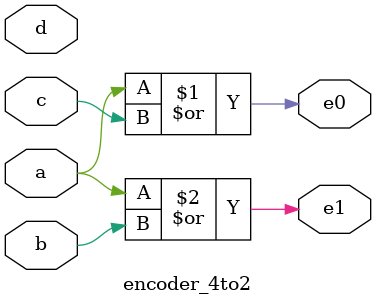
<source format=v>
`timescale 1ns / 1ps


module encoder_4to2(
    input a, b, c, d,
    output e0, e1
    );  
assign e0 = a | c;
assign e1 = a | b;
endmodule
</source>
